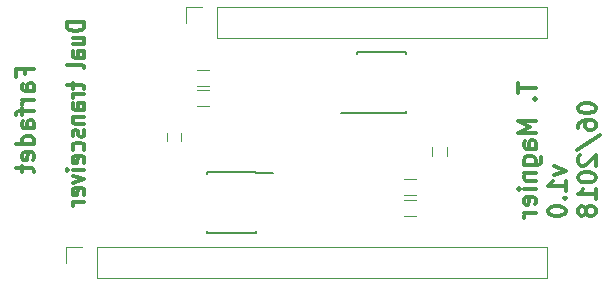
<source format=gbr>
G04 #@! TF.FileFunction,Legend,Bot*
%FSLAX46Y46*%
G04 Gerber Fmt 4.6, Leading zero omitted, Abs format (unit mm)*
G04 Created by KiCad (PCBNEW 4.0.7) date Wed Jun 13 11:36:42 2018*
%MOMM*%
%LPD*%
G01*
G04 APERTURE LIST*
%ADD10C,0.100000*%
%ADD11C,0.300000*%
%ADD12C,0.120000*%
%ADD13C,0.150000*%
G04 APERTURE END LIST*
D10*
D11*
X43278571Y16501429D02*
X43278571Y15644286D01*
X44778571Y16072857D02*
X43278571Y16072857D01*
X44635714Y15144286D02*
X44707143Y15072858D01*
X44778571Y15144286D01*
X44707143Y15215715D01*
X44635714Y15144286D01*
X44778571Y15144286D01*
X44778571Y13287143D02*
X43278571Y13287143D01*
X44350000Y12787143D01*
X43278571Y12287143D01*
X44778571Y12287143D01*
X44778571Y10930000D02*
X43992857Y10930000D01*
X43850000Y11001429D01*
X43778571Y11144286D01*
X43778571Y11430000D01*
X43850000Y11572857D01*
X44707143Y10930000D02*
X44778571Y11072857D01*
X44778571Y11430000D01*
X44707143Y11572857D01*
X44564286Y11644286D01*
X44421429Y11644286D01*
X44278571Y11572857D01*
X44207143Y11430000D01*
X44207143Y11072857D01*
X44135714Y10930000D01*
X43778571Y9572857D02*
X44992857Y9572857D01*
X45135714Y9644286D01*
X45207143Y9715714D01*
X45278571Y9858571D01*
X45278571Y10072857D01*
X45207143Y10215714D01*
X44707143Y9572857D02*
X44778571Y9715714D01*
X44778571Y10001428D01*
X44707143Y10144286D01*
X44635714Y10215714D01*
X44492857Y10287143D01*
X44064286Y10287143D01*
X43921429Y10215714D01*
X43850000Y10144286D01*
X43778571Y10001428D01*
X43778571Y9715714D01*
X43850000Y9572857D01*
X43778571Y8858571D02*
X44778571Y8858571D01*
X43921429Y8858571D02*
X43850000Y8787143D01*
X43778571Y8644285D01*
X43778571Y8430000D01*
X43850000Y8287143D01*
X43992857Y8215714D01*
X44778571Y8215714D01*
X44778571Y7501428D02*
X43778571Y7501428D01*
X43278571Y7501428D02*
X43350000Y7572857D01*
X43421429Y7501428D01*
X43350000Y7430000D01*
X43278571Y7501428D01*
X43421429Y7501428D01*
X44707143Y6215714D02*
X44778571Y6358571D01*
X44778571Y6644285D01*
X44707143Y6787142D01*
X44564286Y6858571D01*
X43992857Y6858571D01*
X43850000Y6787142D01*
X43778571Y6644285D01*
X43778571Y6358571D01*
X43850000Y6215714D01*
X43992857Y6144285D01*
X44135714Y6144285D01*
X44278571Y6858571D01*
X44778571Y5501428D02*
X43778571Y5501428D01*
X44064286Y5501428D02*
X43921429Y5430000D01*
X43850000Y5358571D01*
X43778571Y5215714D01*
X43778571Y5072857D01*
X46328571Y9429999D02*
X47328571Y9072856D01*
X46328571Y8715714D01*
X47328571Y7358571D02*
X47328571Y8215714D01*
X47328571Y7787142D02*
X45828571Y7787142D01*
X46042857Y7929999D01*
X46185714Y8072857D01*
X46257143Y8215714D01*
X47185714Y6715714D02*
X47257143Y6644286D01*
X47328571Y6715714D01*
X47257143Y6787143D01*
X47185714Y6715714D01*
X47328571Y6715714D01*
X45828571Y5715714D02*
X45828571Y5572857D01*
X45900000Y5430000D01*
X45971429Y5358571D01*
X46114286Y5287142D01*
X46400000Y5215714D01*
X46757143Y5215714D01*
X47042857Y5287142D01*
X47185714Y5358571D01*
X47257143Y5430000D01*
X47328571Y5572857D01*
X47328571Y5715714D01*
X47257143Y5858571D01*
X47185714Y5930000D01*
X47042857Y6001428D01*
X46757143Y6072857D01*
X46400000Y6072857D01*
X46114286Y6001428D01*
X45971429Y5930000D01*
X45900000Y5858571D01*
X45828571Y5715714D01*
X48378571Y14429998D02*
X48378571Y14287141D01*
X48450000Y14144284D01*
X48521429Y14072855D01*
X48664286Y14001426D01*
X48950000Y13929998D01*
X49307143Y13929998D01*
X49592857Y14001426D01*
X49735714Y14072855D01*
X49807143Y14144284D01*
X49878571Y14287141D01*
X49878571Y14429998D01*
X49807143Y14572855D01*
X49735714Y14644284D01*
X49592857Y14715712D01*
X49307143Y14787141D01*
X48950000Y14787141D01*
X48664286Y14715712D01*
X48521429Y14644284D01*
X48450000Y14572855D01*
X48378571Y14429998D01*
X48378571Y12644284D02*
X48378571Y12929998D01*
X48450000Y13072855D01*
X48521429Y13144284D01*
X48735714Y13287141D01*
X49021429Y13358570D01*
X49592857Y13358570D01*
X49735714Y13287141D01*
X49807143Y13215713D01*
X49878571Y13072855D01*
X49878571Y12787141D01*
X49807143Y12644284D01*
X49735714Y12572855D01*
X49592857Y12501427D01*
X49235714Y12501427D01*
X49092857Y12572855D01*
X49021429Y12644284D01*
X48950000Y12787141D01*
X48950000Y13072855D01*
X49021429Y13215713D01*
X49092857Y13287141D01*
X49235714Y13358570D01*
X48307143Y10787142D02*
X50235714Y12072856D01*
X48521429Y10358570D02*
X48450000Y10287141D01*
X48378571Y10144284D01*
X48378571Y9787141D01*
X48450000Y9644284D01*
X48521429Y9572855D01*
X48664286Y9501427D01*
X48807143Y9501427D01*
X49021429Y9572855D01*
X49878571Y10429998D01*
X49878571Y9501427D01*
X48378571Y8572856D02*
X48378571Y8429999D01*
X48450000Y8287142D01*
X48521429Y8215713D01*
X48664286Y8144284D01*
X48950000Y8072856D01*
X49307143Y8072856D01*
X49592857Y8144284D01*
X49735714Y8215713D01*
X49807143Y8287142D01*
X49878571Y8429999D01*
X49878571Y8572856D01*
X49807143Y8715713D01*
X49735714Y8787142D01*
X49592857Y8858570D01*
X49307143Y8929999D01*
X48950000Y8929999D01*
X48664286Y8858570D01*
X48521429Y8787142D01*
X48450000Y8715713D01*
X48378571Y8572856D01*
X49878571Y6644285D02*
X49878571Y7501428D01*
X49878571Y7072856D02*
X48378571Y7072856D01*
X48592857Y7215713D01*
X48735714Y7358571D01*
X48807143Y7501428D01*
X49021429Y5787142D02*
X48950000Y5930000D01*
X48878571Y6001428D01*
X48735714Y6072857D01*
X48664286Y6072857D01*
X48521429Y6001428D01*
X48450000Y5930000D01*
X48378571Y5787142D01*
X48378571Y5501428D01*
X48450000Y5358571D01*
X48521429Y5287142D01*
X48664286Y5215714D01*
X48735714Y5215714D01*
X48878571Y5287142D01*
X48950000Y5358571D01*
X49021429Y5501428D01*
X49021429Y5787142D01*
X49092857Y5930000D01*
X49164286Y6001428D01*
X49307143Y6072857D01*
X49592857Y6072857D01*
X49735714Y6001428D01*
X49807143Y5930000D01*
X49878571Y5787142D01*
X49878571Y5501428D01*
X49807143Y5358571D01*
X49735714Y5287142D01*
X49592857Y5215714D01*
X49307143Y5215714D01*
X49164286Y5287142D01*
X49092857Y5358571D01*
X49021429Y5501428D01*
X6578571Y21637142D02*
X5078571Y21637142D01*
X5078571Y21327618D01*
X5150000Y21141904D01*
X5292857Y21018095D01*
X5435714Y20956190D01*
X5721429Y20894285D01*
X5935714Y20894285D01*
X6221429Y20956190D01*
X6364286Y21018095D01*
X6507143Y21141904D01*
X6578571Y21327618D01*
X6578571Y21637142D01*
X5578571Y19779999D02*
X6578571Y19779999D01*
X5578571Y20337142D02*
X6364286Y20337142D01*
X6507143Y20275237D01*
X6578571Y20151428D01*
X6578571Y19965714D01*
X6507143Y19841904D01*
X6435714Y19779999D01*
X6578571Y18603809D02*
X5792857Y18603809D01*
X5650000Y18665714D01*
X5578571Y18789524D01*
X5578571Y19037143D01*
X5650000Y19160952D01*
X6507143Y18603809D02*
X6578571Y18727619D01*
X6578571Y19037143D01*
X6507143Y19160952D01*
X6364286Y19222857D01*
X6221429Y19222857D01*
X6078571Y19160952D01*
X6007143Y19037143D01*
X6007143Y18727619D01*
X5935714Y18603809D01*
X6578571Y17799048D02*
X6507143Y17922857D01*
X6364286Y17984762D01*
X5078571Y17984762D01*
X5578571Y16499048D02*
X5578571Y16003810D01*
X5078571Y16313334D02*
X6364286Y16313334D01*
X6507143Y16251429D01*
X6578571Y16127620D01*
X6578571Y16003810D01*
X6578571Y15570477D02*
X5578571Y15570477D01*
X5864286Y15570477D02*
X5721429Y15508572D01*
X5650000Y15446668D01*
X5578571Y15322858D01*
X5578571Y15199049D01*
X6578571Y14208572D02*
X5792857Y14208572D01*
X5650000Y14270477D01*
X5578571Y14394287D01*
X5578571Y14641906D01*
X5650000Y14765715D01*
X6507143Y14208572D02*
X6578571Y14332382D01*
X6578571Y14641906D01*
X6507143Y14765715D01*
X6364286Y14827620D01*
X6221429Y14827620D01*
X6078571Y14765715D01*
X6007143Y14641906D01*
X6007143Y14332382D01*
X5935714Y14208572D01*
X5578571Y13589525D02*
X6578571Y13589525D01*
X5721429Y13589525D02*
X5650000Y13527620D01*
X5578571Y13403811D01*
X5578571Y13218097D01*
X5650000Y13094287D01*
X5792857Y13032382D01*
X6578571Y13032382D01*
X6507143Y12475240D02*
X6578571Y12351430D01*
X6578571Y12103811D01*
X6507143Y11980002D01*
X6364286Y11918097D01*
X6292857Y11918097D01*
X6150000Y11980002D01*
X6078571Y12103811D01*
X6078571Y12289526D01*
X6007143Y12413335D01*
X5864286Y12475240D01*
X5792857Y12475240D01*
X5650000Y12413335D01*
X5578571Y12289526D01*
X5578571Y12103811D01*
X5650000Y11980002D01*
X6507143Y10803811D02*
X6578571Y10927621D01*
X6578571Y11175240D01*
X6507143Y11299049D01*
X6435714Y11360954D01*
X6292857Y11422859D01*
X5864286Y11422859D01*
X5721429Y11360954D01*
X5650000Y11299049D01*
X5578571Y11175240D01*
X5578571Y10927621D01*
X5650000Y10803811D01*
X6507143Y9751430D02*
X6578571Y9875240D01*
X6578571Y10122859D01*
X6507143Y10246668D01*
X6364286Y10308573D01*
X5792857Y10308573D01*
X5650000Y10246668D01*
X5578571Y10122859D01*
X5578571Y9875240D01*
X5650000Y9751430D01*
X5792857Y9689525D01*
X5935714Y9689525D01*
X6078571Y10308573D01*
X6578571Y9132382D02*
X5578571Y9132382D01*
X5078571Y9132382D02*
X5150000Y9194287D01*
X5221429Y9132382D01*
X5150000Y9070477D01*
X5078571Y9132382D01*
X5221429Y9132382D01*
X5578571Y8637144D02*
X6578571Y8327620D01*
X5578571Y8018096D01*
X6507143Y7027620D02*
X6578571Y7151430D01*
X6578571Y7399049D01*
X6507143Y7522858D01*
X6364286Y7584763D01*
X5792857Y7584763D01*
X5650000Y7522858D01*
X5578571Y7399049D01*
X5578571Y7151430D01*
X5650000Y7027620D01*
X5792857Y6965715D01*
X5935714Y6965715D01*
X6078571Y7584763D01*
X6578571Y6408572D02*
X5578571Y6408572D01*
X5864286Y6408572D02*
X5721429Y6346667D01*
X5650000Y6284763D01*
X5578571Y6160953D01*
X5578571Y6037144D01*
X1542857Y17215714D02*
X1542857Y17715714D01*
X2328571Y17715714D02*
X828571Y17715714D01*
X828571Y17001428D01*
X2328571Y15787143D02*
X1542857Y15787143D01*
X1400000Y15858572D01*
X1328571Y16001429D01*
X1328571Y16287143D01*
X1400000Y16430000D01*
X2257143Y15787143D02*
X2328571Y15930000D01*
X2328571Y16287143D01*
X2257143Y16430000D01*
X2114286Y16501429D01*
X1971429Y16501429D01*
X1828571Y16430000D01*
X1757143Y16287143D01*
X1757143Y15930000D01*
X1685714Y15787143D01*
X2328571Y15072857D02*
X1328571Y15072857D01*
X1614286Y15072857D02*
X1471429Y15001429D01*
X1400000Y14930000D01*
X1328571Y14787143D01*
X1328571Y14644286D01*
X1328571Y14358572D02*
X1328571Y13787143D01*
X2328571Y14144286D02*
X1042857Y14144286D01*
X900000Y14072858D01*
X828571Y13930000D01*
X828571Y13787143D01*
X2328571Y12644286D02*
X1542857Y12644286D01*
X1400000Y12715715D01*
X1328571Y12858572D01*
X1328571Y13144286D01*
X1400000Y13287143D01*
X2257143Y12644286D02*
X2328571Y12787143D01*
X2328571Y13144286D01*
X2257143Y13287143D01*
X2114286Y13358572D01*
X1971429Y13358572D01*
X1828571Y13287143D01*
X1757143Y13144286D01*
X1757143Y12787143D01*
X1685714Y12644286D01*
X2328571Y11287143D02*
X828571Y11287143D01*
X2257143Y11287143D02*
X2328571Y11430000D01*
X2328571Y11715714D01*
X2257143Y11858572D01*
X2185714Y11930000D01*
X2042857Y12001429D01*
X1614286Y12001429D01*
X1471429Y11930000D01*
X1400000Y11858572D01*
X1328571Y11715714D01*
X1328571Y11430000D01*
X1400000Y11287143D01*
X2257143Y10001429D02*
X2328571Y10144286D01*
X2328571Y10430000D01*
X2257143Y10572857D01*
X2114286Y10644286D01*
X1542857Y10644286D01*
X1400000Y10572857D01*
X1328571Y10430000D01*
X1328571Y10144286D01*
X1400000Y10001429D01*
X1542857Y9930000D01*
X1685714Y9930000D01*
X1828571Y10644286D01*
X1328571Y9501429D02*
X1328571Y8930000D01*
X828571Y9287143D02*
X2114286Y9287143D01*
X2257143Y9215715D01*
X2328571Y9072857D01*
X2328571Y8930000D01*
D12*
X13550000Y12280000D02*
X13550000Y11580000D01*
X14750000Y11580000D02*
X14750000Y12280000D01*
X37250000Y10330000D02*
X37250000Y11030000D01*
X36050000Y11030000D02*
X36050000Y10330000D01*
X45780000Y2600000D02*
X45780000Y-60000D01*
X7620000Y2600000D02*
X45780000Y2600000D01*
X7620000Y-60000D02*
X45780000Y-60000D01*
X7620000Y2600000D02*
X7620000Y-60000D01*
X6350000Y2600000D02*
X5020000Y2600000D01*
X5020000Y2600000D02*
X5020000Y1270000D01*
X45780000Y22920000D02*
X45780000Y20260000D01*
X17780000Y22920000D02*
X45780000Y22920000D01*
X17780000Y20260000D02*
X45780000Y20260000D01*
X17780000Y22920000D02*
X17780000Y20260000D01*
X16510000Y22920000D02*
X15180000Y22920000D01*
X15180000Y22920000D02*
X15180000Y21590000D01*
X17150000Y15860000D02*
X16150000Y15860000D01*
X16150000Y14500000D02*
X17150000Y14500000D01*
X16150000Y16250000D02*
X17150000Y16250000D01*
X17150000Y17610000D02*
X16150000Y17610000D01*
X33650000Y7000000D02*
X34650000Y7000000D01*
X34650000Y8360000D02*
X33650000Y8360000D01*
X34650000Y6610000D02*
X33650000Y6610000D01*
X33650000Y5250000D02*
X34650000Y5250000D01*
D13*
X21125000Y8925000D02*
X21125000Y8875000D01*
X16975000Y8925000D02*
X16975000Y8780000D01*
X16975000Y3775000D02*
X16975000Y3920000D01*
X21125000Y3775000D02*
X21125000Y3920000D01*
X21125000Y8925000D02*
X16975000Y8925000D01*
X21125000Y3775000D02*
X16975000Y3775000D01*
X21125000Y8875000D02*
X22525000Y8875000D01*
X29675000Y13935000D02*
X29675000Y13985000D01*
X33825000Y13935000D02*
X33825000Y14080000D01*
X33825000Y19085000D02*
X33825000Y18940000D01*
X29675000Y19085000D02*
X29675000Y18940000D01*
X29675000Y13935000D02*
X33825000Y13935000D01*
X29675000Y19085000D02*
X33825000Y19085000D01*
X29675000Y13985000D02*
X28275000Y13985000D01*
M02*

</source>
